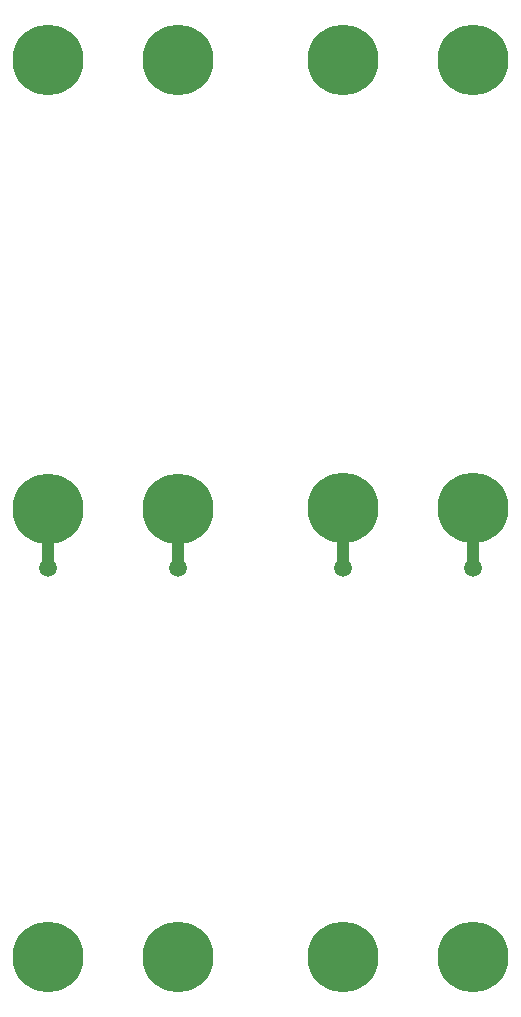
<source format=gbr>
G04 EAGLE Gerber RS-274X export*
G75*
%MOMM*%
%FSLAX34Y34*%
%LPD*%
%INBottom Copper*%
%IPPOS*%
%AMOC8*
5,1,8,0,0,1.08239X$1,22.5*%
G01*
%ADD10C,6.000000*%
%ADD11C,1.508000*%
%ADD12C,1.016000*%


D10*
X319885Y450141D03*
X429885Y450141D03*
X319885Y830141D03*
X429885Y830141D03*
X319885Y70141D03*
X429885Y70141D03*
D11*
X319885Y400141D03*
X429885Y400141D03*
D12*
X319885Y400141D02*
X319885Y450141D01*
X429885Y450141D02*
X429885Y400141D01*
D10*
X69850Y450090D03*
X179850Y450090D03*
X69850Y830090D03*
X179850Y830090D03*
X69850Y70090D03*
X179850Y70090D03*
D11*
X69850Y400090D03*
X179850Y400090D03*
D12*
X69850Y400090D02*
X69850Y450090D01*
X179850Y450090D02*
X179850Y400090D01*
M02*

</source>
